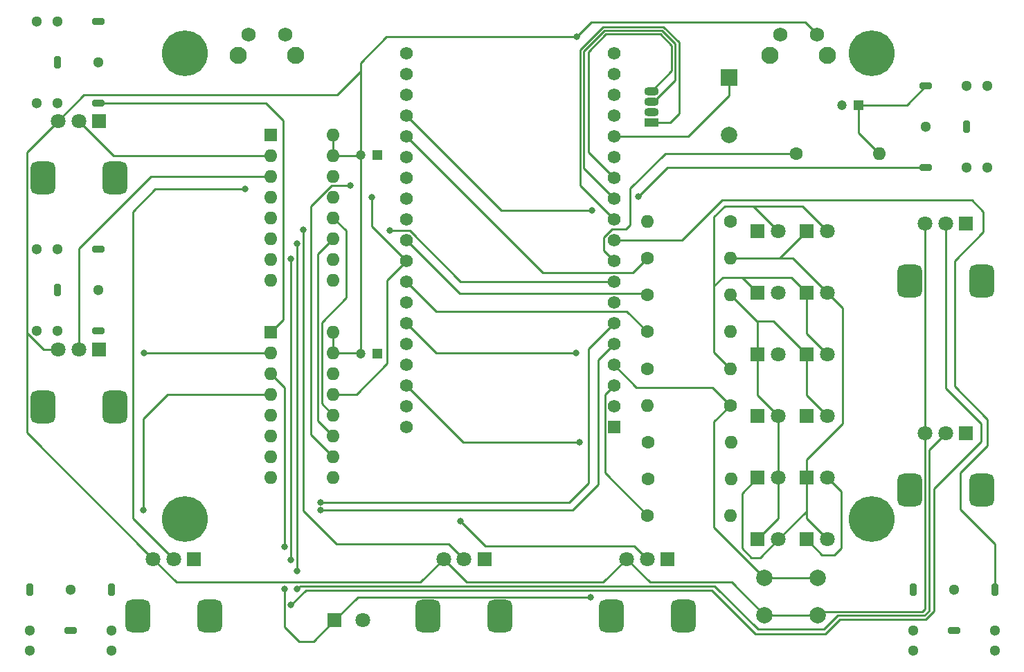
<source format=gbr>
%TF.GenerationSoftware,KiCad,Pcbnew,(6.0.4)*%
%TF.CreationDate,2023-12-09T23:36:49+01:00*%
%TF.ProjectId,Spikeling_V2.2c,5370696b-656c-4696-9e67-5f56322e3263,rev?*%
%TF.SameCoordinates,Original*%
%TF.FileFunction,Copper,L1,Top*%
%TF.FilePolarity,Positive*%
%FSLAX46Y46*%
G04 Gerber Fmt 4.6, Leading zero omitted, Abs format (unit mm)*
G04 Created by KiCad (PCBNEW (6.0.4)) date 2023-12-09 23:36:49*
%MOMM*%
%LPD*%
G01*
G04 APERTURE LIST*
G04 Aperture macros list*
%AMRoundRect*
0 Rectangle with rounded corners*
0 $1 Rounding radius*
0 $2 $3 $4 $5 $6 $7 $8 $9 X,Y pos of 4 corners*
0 Add a 4 corners polygon primitive as box body*
4,1,4,$2,$3,$4,$5,$6,$7,$8,$9,$2,$3,0*
0 Add four circle primitives for the rounded corners*
1,1,$1+$1,$2,$3*
1,1,$1+$1,$4,$5*
1,1,$1+$1,$6,$7*
1,1,$1+$1,$8,$9*
0 Add four rect primitives between the rounded corners*
20,1,$1+$1,$2,$3,$4,$5,0*
20,1,$1+$1,$4,$5,$6,$7,0*
20,1,$1+$1,$6,$7,$8,$9,0*
20,1,$1+$1,$8,$9,$2,$3,0*%
G04 Aperture macros list end*
%TA.AperFunction,ComponentPad*%
%ADD10O,1.800000X1.070000*%
%TD*%
%TA.AperFunction,ComponentPad*%
%ADD11R,1.800000X1.070000*%
%TD*%
%TA.AperFunction,ComponentPad*%
%ADD12C,2.100000*%
%TD*%
%TA.AperFunction,ComponentPad*%
%ADD13C,1.750000*%
%TD*%
%TA.AperFunction,ComponentPad*%
%ADD14C,5.600000*%
%TD*%
%TA.AperFunction,ComponentPad*%
%ADD15R,1.800000X1.800000*%
%TD*%
%TA.AperFunction,ComponentPad*%
%ADD16C,1.800000*%
%TD*%
%TA.AperFunction,ComponentPad*%
%ADD17C,1.600000*%
%TD*%
%TA.AperFunction,ComponentPad*%
%ADD18O,1.600000X1.600000*%
%TD*%
%TA.AperFunction,ComponentPad*%
%ADD19R,1.600000X1.600000*%
%TD*%
%TA.AperFunction,ComponentPad*%
%ADD20RoundRect,0.750000X-0.750000X1.250000X-0.750000X-1.250000X0.750000X-1.250000X0.750000X1.250000X0*%
%TD*%
%TA.AperFunction,ComponentPad*%
%ADD21C,1.300000*%
%TD*%
%TA.AperFunction,ComponentPad*%
%ADD22RoundRect,0.200000X0.550000X0.200000X-0.550000X0.200000X-0.550000X-0.200000X0.550000X-0.200000X0*%
%TD*%
%TA.AperFunction,ComponentPad*%
%ADD23RoundRect,0.200000X-0.200000X0.550000X-0.200000X-0.550000X0.200000X-0.550000X0.200000X0.550000X0*%
%TD*%
%TA.AperFunction,ComponentPad*%
%ADD24RoundRect,0.200000X-0.550000X-0.200000X0.550000X-0.200000X0.550000X0.200000X-0.550000X0.200000X0*%
%TD*%
%TA.AperFunction,ComponentPad*%
%ADD25RoundRect,0.200000X0.200000X-0.550000X0.200000X0.550000X-0.200000X0.550000X-0.200000X-0.550000X0*%
%TD*%
%TA.AperFunction,ComponentPad*%
%ADD26R,1.200000X1.200000*%
%TD*%
%TA.AperFunction,ComponentPad*%
%ADD27C,1.200000*%
%TD*%
%TA.AperFunction,ComponentPad*%
%ADD28R,2.000000X2.000000*%
%TD*%
%TA.AperFunction,ComponentPad*%
%ADD29C,2.000000*%
%TD*%
%TA.AperFunction,ComponentPad*%
%ADD30R,1.560000X1.560000*%
%TD*%
%TA.AperFunction,ComponentPad*%
%ADD31C,1.560000*%
%TD*%
%TA.AperFunction,ViaPad*%
%ADD32C,0.800000*%
%TD*%
%TA.AperFunction,Conductor*%
%ADD33C,0.250000*%
%TD*%
G04 APERTURE END LIST*
D10*
%TO.P,D1,4,BA*%
%TO.N,/12*%
X177000000Y-59690000D03*
%TO.P,D1,3,GA*%
%TO.N,/14*%
X177000000Y-60960000D03*
D11*
%TO.P,D1,2,K*%
%TO.N,/27*%
X177000000Y-63500000D03*
D10*
%TO.P,D1,1,RA*%
%TO.N,Net-(D1-Pad2)*%
X177000000Y-62230000D03*
%TD*%
D12*
%TO.P,SW2,*%
%TO.N,*%
X191500000Y-55280000D03*
X198510000Y-55280000D03*
D13*
%TO.P,SW2,1,1*%
%TO.N,/36*%
X192750000Y-52790000D03*
%TO.P,SW2,2,2*%
%TO.N,VCC*%
X197250000Y-52790000D03*
%TD*%
D14*
%TO.P, ,1*%
%TO.N,N/C*%
X120000000Y-55000000D03*
%TD*%
D15*
%TO.P,D7,1,K*%
%TO.N,Net-(D4-Pad1)*%
X190000000Y-76779000D03*
D16*
%TO.P,D7,2,A*%
%TO.N,Net-(D10-Pad1)*%
X192540000Y-76779000D03*
%TD*%
D15*
%TO.P,D2,1,K*%
%TO.N,Net-(D10-Pad2)*%
X190000000Y-114504000D03*
D16*
%TO.P,D2,2,A*%
%TO.N,Net-(D12-Pad2)*%
X192540000Y-114504000D03*
%TD*%
D17*
%TO.P,R5,1*%
%TO.N,/39*%
X186660000Y-98100000D03*
D18*
%TO.P,R5,2*%
%TO.N,GNDREF*%
X176500000Y-98100000D03*
%TD*%
D19*
%TO.P,U3,1,CH0*%
%TO.N,/200*%
X130500000Y-89125000D03*
D18*
%TO.P,U3,2,CH1*%
%TO.N,/201*%
X130500000Y-91665000D03*
%TO.P,U3,3,CH2*%
%TO.N,/202*%
X130500000Y-94205000D03*
%TO.P,U3,4,CH3*%
%TO.N,/203*%
X130500000Y-96745000D03*
%TO.P,U3,5,CH4*%
%TO.N,/204*%
X130500000Y-99285000D03*
%TO.P,U3,6,CH5*%
%TO.N,/205*%
X130500000Y-101825000D03*
%TO.P,U3,7,CH6*%
%TO.N,/206*%
X130500000Y-104365000D03*
%TO.P,U3,8,CH7*%
%TO.N,/207*%
X130500000Y-106905000D03*
%TO.P,U3,9,DGND*%
%TO.N,GNDREF*%
X138120000Y-106905000D03*
%TO.P,U3,10,~{CS}/SHDN*%
%TO.N,/04*%
X138120000Y-104365000D03*
%TO.P,U3,11,Din*%
%TO.N,/32*%
X138120000Y-101825000D03*
%TO.P,U3,12,Dout*%
%TO.N,/33*%
X138120000Y-99285000D03*
%TO.P,U3,13,CLK*%
%TO.N,/18*%
X138120000Y-96745000D03*
%TO.P,U3,14,AGND*%
%TO.N,GNDREF*%
X138120000Y-94205000D03*
%TO.P,U3,15,Vref*%
%TO.N,VCC*%
X138120000Y-91665000D03*
%TO.P,U3,16,Vdd*%
X138120000Y-89125000D03*
%TD*%
D20*
%TO.P,RV6,*%
%TO.N,*%
X208600000Y-108500000D03*
X217400000Y-108500000D03*
D15*
%TO.P,RV6,1,1*%
%TO.N,GNDREF*%
X215500000Y-101500000D03*
D16*
%TO.P,RV6,2,2*%
%TO.N,/104*%
X213000000Y-101500000D03*
%TO.P,RV6,3,3*%
%TO.N,VCC*%
X210500000Y-101500000D03*
%TD*%
D20*
%TO.P,RV4,*%
%TO.N,*%
X180900000Y-123900000D03*
X172100000Y-123900000D03*
D15*
%TO.P,RV4,1,1*%
%TO.N,GNDREF*%
X179000000Y-116900000D03*
D16*
%TO.P,RV4,2,2*%
%TO.N,/106*%
X176500000Y-116900000D03*
%TO.P,RV4,3,3*%
%TO.N,VCC*%
X174000000Y-116900000D03*
%TD*%
D21*
%TO.P,J2,*%
%TO.N,*%
X101882500Y-51100000D03*
X104382500Y-51100000D03*
X109382500Y-56100000D03*
X101882500Y-61100000D03*
X104382500Y-61100000D03*
D22*
%TO.P,J2,R*%
%TO.N,/200*%
X109382500Y-61100000D03*
D23*
%TO.P,J2,S*%
%TO.N,GNDREF*%
X104382500Y-56100000D03*
D22*
%TO.P,J2,T*%
%TO.N,/35*%
X109382500Y-51100000D03*
%TD*%
D21*
%TO.P,J1,*%
%TO.N,*%
X215600000Y-59000000D03*
X215600000Y-69000000D03*
X218100000Y-59000000D03*
X210600000Y-64000000D03*
X218100000Y-69000000D03*
D24*
%TO.P,J1,R*%
%TO.N,Net-(C3-Pad1)*%
X210600000Y-59000000D03*
D25*
%TO.P,J1,S*%
%TO.N,GNDREF*%
X215600000Y-64000000D03*
D24*
%TO.P,J1,T*%
%TO.N,/15*%
X210600000Y-69000000D03*
%TD*%
D20*
%TO.P,RV1,*%
%TO.N,*%
X102600000Y-70300000D03*
X111400000Y-70300000D03*
D15*
%TO.P,RV1,1,1*%
%TO.N,GNDREF*%
X109500000Y-63300000D03*
D16*
%TO.P,RV1,2,2*%
%TO.N,/101*%
X107000000Y-63300000D03*
%TO.P,RV1,3,3*%
%TO.N,VCC*%
X104500000Y-63300000D03*
%TD*%
D15*
%TO.P,D4,1,K*%
%TO.N,Net-(D4-Pad1)*%
X190000000Y-99414000D03*
D16*
%TO.P,D4,2,A*%
%TO.N,Net-(D10-Pad2)*%
X192540000Y-99414000D03*
%TD*%
D20*
%TO.P,RV3,*%
%TO.N,*%
X123000000Y-123900000D03*
X114200000Y-123900000D03*
D15*
%TO.P,RV3,1,1*%
%TO.N,GNDREF*%
X121100000Y-116900000D03*
D16*
%TO.P,RV3,2,2*%
%TO.N,/100*%
X118600000Y-116900000D03*
%TO.P,RV3,3,3*%
%TO.N,VCC*%
X116100000Y-116900000D03*
%TD*%
D17*
%TO.P,R3,1*%
%TO.N,/22*%
X176600000Y-102600000D03*
D18*
%TO.P,R3,2*%
%TO.N,Net-(J5-PadT)*%
X186760000Y-102600000D03*
%TD*%
D14*
%TO.P, ,1*%
%TO.N,N/C*%
X204000000Y-55000000D03*
%TD*%
D19*
%TO.P,U2,1,CH0*%
%TO.N,/100*%
X130500000Y-65000000D03*
D18*
%TO.P,U2,2,CH1*%
%TO.N,/101*%
X130500000Y-67540000D03*
%TO.P,U2,3,CH2*%
%TO.N,/102*%
X130500000Y-70080000D03*
%TO.P,U2,4,CH3*%
%TO.N,/103*%
X130500000Y-72620000D03*
%TO.P,U2,5,CH4*%
%TO.N,/104*%
X130500000Y-75160000D03*
%TO.P,U2,6,CH5*%
%TO.N,/105*%
X130500000Y-77700000D03*
%TO.P,U2,7,CH6*%
%TO.N,/106*%
X130500000Y-80240000D03*
%TO.P,U2,8,CH7*%
%TO.N,/107*%
X130500000Y-82780000D03*
%TO.P,U2,9,DGND*%
%TO.N,GNDREF*%
X138120000Y-82780000D03*
%TO.P,U2,10,~{CS}/SHDN*%
%TO.N,/00*%
X138120000Y-80240000D03*
%TO.P,U2,11,Din*%
%TO.N,/32*%
X138120000Y-77700000D03*
%TO.P,U2,12,Dout*%
%TO.N,/33*%
X138120000Y-75160000D03*
%TO.P,U2,13,CLK*%
%TO.N,/18*%
X138120000Y-72620000D03*
%TO.P,U2,14,AGND*%
%TO.N,GNDREF*%
X138120000Y-70080000D03*
%TO.P,U2,15,Vref*%
%TO.N,VCC*%
X138120000Y-67540000D03*
%TO.P,U2,16,Vdd*%
X138120000Y-65000000D03*
%TD*%
D26*
%TO.P,C2,1*%
%TO.N,GNDREF*%
X143472600Y-91750000D03*
D27*
%TO.P,C2,2*%
%TO.N,VCC*%
X141472600Y-91750000D03*
%TD*%
D21*
%TO.P,J5,*%
%TO.N,*%
X219000000Y-125617500D03*
X219000000Y-128117500D03*
X209000000Y-128117500D03*
X214000000Y-120617500D03*
X209000000Y-125617500D03*
D23*
%TO.P,J5,R*%
%TO.N,/26*%
X219000000Y-120617500D03*
D24*
%TO.P,J5,S*%
%TO.N,GNDREF*%
X214000000Y-125617500D03*
D23*
%TO.P,J5,T*%
%TO.N,Net-(J5-PadT)*%
X209000000Y-120617500D03*
%TD*%
D12*
%TO.P,SW3,*%
%TO.N,*%
X133510000Y-55280000D03*
X126500000Y-55280000D03*
D13*
%TO.P,SW3,1,1*%
%TO.N,GNDREF*%
X127750000Y-52790000D03*
%TO.P,SW3,2,2*%
%TO.N,Net-(SW3-Pad2)*%
X132250000Y-52790000D03*
%TD*%
D15*
%TO.P,D11,1,K*%
%TO.N,Net-(D10-Pad2)*%
X196000000Y-91869000D03*
D16*
%TO.P,D11,2,A*%
%TO.N,Net-(D10-Pad1)*%
X198540000Y-91869000D03*
%TD*%
D15*
%TO.P,D9,1,K*%
%TO.N,Net-(D12-Pad2)*%
X196000000Y-106959000D03*
D16*
%TO.P,D9,2,A*%
%TO.N,Net-(D4-Pad1)*%
X198540000Y-106959000D03*
%TD*%
D26*
%TO.P,C1,1*%
%TO.N,GNDREF*%
X143472600Y-67500000D03*
D27*
%TO.P,C1,2*%
%TO.N,VCC*%
X141472600Y-67500000D03*
%TD*%
D17*
%TO.P,R9,1*%
%TO.N,/21*%
X176500000Y-93600000D03*
D18*
%TO.P,R9,2*%
%TO.N,Net-(D10-Pad1)*%
X186660000Y-93600000D03*
%TD*%
D15*
%TO.P,D13,1,K*%
%TO.N,Net-(D12-Pad2)*%
X196000000Y-76779000D03*
D16*
%TO.P,D13,2,A*%
%TO.N,Net-(D10-Pad1)*%
X198540000Y-76779000D03*
%TD*%
D15*
%TO.P,D12,1,K*%
%TO.N,Net-(D10-Pad1)*%
X196000000Y-84324000D03*
D16*
%TO.P,D12,2,A*%
%TO.N,Net-(D12-Pad2)*%
X198540000Y-84324000D03*
%TD*%
D15*
%TO.P,D10,1,K*%
%TO.N,Net-(D10-Pad1)*%
X196000000Y-99414000D03*
D16*
%TO.P,D10,2,A*%
%TO.N,Net-(D10-Pad2)*%
X198540000Y-99414000D03*
%TD*%
D17*
%TO.P,R1,1*%
%TO.N,/25*%
X194720000Y-67300000D03*
D18*
%TO.P,R1,2*%
%TO.N,Net-(C3-Pad1)*%
X204880000Y-67300000D03*
%TD*%
D15*
%TO.P,R10,1*%
%TO.N,/202*%
X138300000Y-124400000D03*
D16*
%TO.P,R10,2*%
%TO.N,VCC*%
X141700000Y-124400000D03*
%TD*%
D20*
%TO.P,RV7,*%
%TO.N,*%
X208600000Y-82872000D03*
X217400000Y-82872000D03*
D15*
%TO.P,RV7,1,1*%
%TO.N,GNDREF*%
X215500000Y-75872000D03*
D16*
%TO.P,RV7,2,2*%
%TO.N,/105*%
X213000000Y-75872000D03*
%TO.P,RV7,3,3*%
%TO.N,VCC*%
X210500000Y-75872000D03*
%TD*%
D20*
%TO.P,RV2,*%
%TO.N,*%
X111400000Y-98300000D03*
X102600000Y-98300000D03*
D15*
%TO.P,RV2,1,1*%
%TO.N,GNDREF*%
X109500000Y-91300000D03*
D16*
%TO.P,RV2,2,2*%
%TO.N,/102*%
X107000000Y-91300000D03*
%TO.P,RV2,3,3*%
%TO.N,VCC*%
X104500000Y-91300000D03*
%TD*%
D21*
%TO.P,J3,*%
%TO.N,*%
X104382500Y-79000000D03*
X101882500Y-89000000D03*
X101882500Y-79000000D03*
X109382500Y-84000000D03*
X104382500Y-89000000D03*
D22*
%TO.P,J3,R*%
%TO.N,/201*%
X109382500Y-89000000D03*
D23*
%TO.P,J3,S*%
%TO.N,GNDREF*%
X104382500Y-84000000D03*
D22*
%TO.P,J3,T*%
%TO.N,/34*%
X109382500Y-79000000D03*
%TD*%
D15*
%TO.P,D3,1,K*%
%TO.N,Net-(D12-Pad2)*%
X190000000Y-106959000D03*
D16*
%TO.P,D3,2,A*%
%TO.N,Net-(D10-Pad2)*%
X192540000Y-106959000D03*
%TD*%
D14*
%TO.P, ,1*%
%TO.N,N/C*%
X204000000Y-112000000D03*
%TD*%
D15*
%TO.P,D5,1,K*%
%TO.N,Net-(D10-Pad2)*%
X190000000Y-91869000D03*
D16*
%TO.P,D5,2,A*%
%TO.N,Net-(D4-Pad1)*%
X192540000Y-91869000D03*
%TD*%
D21*
%TO.P,J4,*%
%TO.N,*%
X101000000Y-128117500D03*
X111000000Y-125617500D03*
X101000000Y-125617500D03*
X111000000Y-128117500D03*
X106000000Y-120617500D03*
D23*
%TO.P,J4,R*%
%TO.N,/203*%
X111000000Y-120617500D03*
D24*
%TO.P,J4,S*%
%TO.N,GNDREF*%
X106000000Y-125617500D03*
D23*
%TO.P,J4,T*%
%TO.N,unconnected-(J4-PadT)*%
X101000000Y-120617500D03*
%TD*%
D17*
%TO.P,R8,1*%
%TO.N,/19*%
X176500000Y-89100000D03*
D18*
%TO.P,R8,2*%
%TO.N,Net-(D4-Pad1)*%
X186660000Y-89100000D03*
%TD*%
D17*
%TO.P,R2,1*%
%TO.N,/202*%
X176600000Y-107100000D03*
D18*
%TO.P,R2,2*%
%TO.N,GNDREF*%
X186760000Y-107100000D03*
%TD*%
D20*
%TO.P,RV5,*%
%TO.N,*%
X149719000Y-123900000D03*
X158519000Y-123900000D03*
D15*
%TO.P,RV5,1,1*%
%TO.N,GNDREF*%
X156619000Y-116900000D03*
D16*
%TO.P,RV5,2,2*%
%TO.N,/103*%
X154119000Y-116900000D03*
%TO.P,RV5,3,3*%
%TO.N,VCC*%
X151619000Y-116900000D03*
%TD*%
D26*
%TO.P,C3,1*%
%TO.N,Net-(C3-Pad1)*%
X202350000Y-61350000D03*
D27*
%TO.P,C3,2*%
%TO.N,GNDREF*%
X200350000Y-61350000D03*
%TD*%
D17*
%TO.P,R7,1*%
%TO.N,/05*%
X176500000Y-84600000D03*
D18*
%TO.P,R7,2*%
%TO.N,Net-(D10-Pad2)*%
X186660000Y-84600000D03*
%TD*%
D17*
%TO.P,R4,1*%
%TO.N,GNDREF*%
X186680000Y-75600000D03*
D18*
%TO.P,R4,2*%
%TO.N,Net-(D1-Pad2)*%
X176520000Y-75600000D03*
%TD*%
D28*
%TO.P,BZ1,1,-*%
%TO.N,/13*%
X186500000Y-58000000D03*
D29*
%TO.P,BZ1,2,+*%
%TO.N,GNDREF*%
X186500000Y-65000000D03*
%TD*%
D14*
%TO.P, ,1*%
%TO.N,N/C*%
X120000000Y-112000000D03*
%TD*%
D17*
%TO.P,R11,1*%
%TO.N,/36*%
X176570000Y-111600000D03*
D18*
%TO.P,R11,2*%
%TO.N,GNDREF*%
X186730000Y-111600000D03*
%TD*%
D17*
%TO.P,R6,1*%
%TO.N,/02*%
X176500000Y-80100000D03*
D18*
%TO.P,R6,2*%
%TO.N,Net-(D12-Pad2)*%
X186660000Y-80100000D03*
%TD*%
D29*
%TO.P,SW1,1,1*%
%TO.N,/39*%
X190860000Y-119250000D03*
X197360000Y-119250000D03*
%TO.P,SW1,2,2*%
%TO.N,VCC*%
X197360000Y-123750000D03*
X190860000Y-123750000D03*
%TD*%
D30*
%TO.P,U1,1,3V3*%
%TO.N,+3V3*%
X172450000Y-100760000D03*
D31*
%TO.P,U1,2,EN*%
%TO.N,Net-(SW3-Pad2)*%
X172450000Y-98220000D03*
%TO.P,U1,3,SENSOR_VP*%
%TO.N,/36*%
X172450000Y-95680000D03*
%TO.P,U1,4,SENSOR_VN*%
%TO.N,/39*%
X172450000Y-93140000D03*
%TO.P,U1,5,IO34*%
%TO.N,/34*%
X172450000Y-90600000D03*
%TO.P,U1,6,IO35*%
%TO.N,/35*%
X172450000Y-88060000D03*
%TO.P,U1,7,IO32*%
%TO.N,/32*%
X172450000Y-85520000D03*
%TO.P,U1,8,IO33*%
%TO.N,/33*%
X172450000Y-82980000D03*
%TO.P,U1,9,IO25*%
%TO.N,/25*%
X172450000Y-80440000D03*
%TO.P,U1,10,IO26*%
%TO.N,/26*%
X172450000Y-77900000D03*
%TO.P,U1,11,IO27*%
%TO.N,/27*%
X172450000Y-75360000D03*
%TO.P,U1,12,IO14*%
%TO.N,/14*%
X172450000Y-72820000D03*
%TO.P,U1,13,IO12*%
%TO.N,/12*%
X172450000Y-70280000D03*
%TO.P,U1,14,GND1*%
%TO.N,GNDREF*%
X172450000Y-67740000D03*
%TO.P,U1,15,IO13*%
%TO.N,/13*%
X172450000Y-65200000D03*
%TO.P,U1,16,SD2*%
%TO.N,unconnected-(U1-Pad16)*%
X172450000Y-62660000D03*
%TO.P,U1,17,SD3*%
%TO.N,unconnected-(U1-Pad17)*%
X172450000Y-60120000D03*
%TO.P,U1,18,CMD*%
%TO.N,unconnected-(U1-Pad18)*%
X172450000Y-57580000D03*
%TO.P,U1,19,EXT_5V*%
%TO.N,VCC*%
X172450000Y-55040000D03*
%TO.P,U1,20,GND3*%
%TO.N,GNDREF*%
X147050000Y-100760000D03*
%TO.P,U1,21,IO23*%
%TO.N,/23*%
X147050000Y-98220000D03*
%TO.P,U1,22,IO22*%
%TO.N,/22*%
X147050000Y-95680000D03*
%TO.P,U1,23,TXD0*%
%TO.N,unconnected-(U1-Pad23)*%
X147050000Y-93140000D03*
%TO.P,U1,24,RXD0*%
%TO.N,unconnected-(U1-Pad24)*%
X147050000Y-90600000D03*
%TO.P,U1,25,IO21*%
%TO.N,/21*%
X147050000Y-88060000D03*
%TO.P,U1,26,GND2*%
%TO.N,GNDREF*%
X147050000Y-85520000D03*
%TO.P,U1,27,IO19*%
%TO.N,/19*%
X147050000Y-82980000D03*
%TO.P,U1,28,IO18*%
%TO.N,/18*%
X147050000Y-80440000D03*
%TO.P,U1,29,IO5*%
%TO.N,/05*%
X147050000Y-77900000D03*
%TO.P,U1,30,IO17*%
%TO.N,/17*%
X147050000Y-75360000D03*
%TO.P,U1,31,IO16*%
%TO.N,/16*%
X147050000Y-72820000D03*
%TO.P,U1,32,IO4*%
%TO.N,/04*%
X147050000Y-70280000D03*
%TO.P,U1,33,IO0*%
%TO.N,/00*%
X147050000Y-67740000D03*
%TO.P,U1,34,IO2*%
%TO.N,/02*%
X147050000Y-65200000D03*
%TO.P,U1,35,IO15*%
%TO.N,/15*%
X147050000Y-62660000D03*
%TO.P,U1,36,SD1*%
%TO.N,unconnected-(U1-Pad36)*%
X147050000Y-60120000D03*
%TO.P,U1,37,SD0*%
%TO.N,unconnected-(U1-Pad37)*%
X147050000Y-57580000D03*
%TO.P,U1,38,CLK*%
%TO.N,unconnected-(U1-Pad38)*%
X147050000Y-55040000D03*
%TD*%
D15*
%TO.P,D8,1,K*%
%TO.N,Net-(D4-Pad1)*%
X196000000Y-114504000D03*
D16*
%TO.P,D8,2,A*%
%TO.N,Net-(D12-Pad2)*%
X198540000Y-114504000D03*
%TD*%
D15*
%TO.P,D6,1,K*%
%TO.N,Net-(D10-Pad1)*%
X190000000Y-84324000D03*
D16*
%TO.P,D6,2,A*%
%TO.N,Net-(D4-Pad1)*%
X192540000Y-84324000D03*
%TD*%
D32*
%TO.N,/34*%
X136550000Y-110950000D03*
%TO.N,/35*%
X136550000Y-109950000D03*
%TO.N,/22*%
X168250000Y-102600000D03*
%TO.N,/21*%
X167804511Y-91704511D03*
%TO.N,/15*%
X175400000Y-72600000D03*
X169744511Y-74255489D03*
%TO.N,VCC*%
X167900000Y-53000000D03*
%TO.N,/202*%
X132200000Y-120600000D03*
X132200000Y-115400000D03*
X169550000Y-121550000D03*
%TO.N,/203*%
X114900000Y-110900000D03*
%TO.N,/106*%
X153700000Y-112300000D03*
%TO.N,/103*%
X134480000Y-76600000D03*
%TO.N,/105*%
X132950000Y-122550000D03*
X132950000Y-117000000D03*
X132950000Y-80150000D03*
%TO.N,/104*%
X133700000Y-78350000D03*
X133700000Y-118350000D03*
X133700000Y-120600000D03*
%TO.N,/201*%
X114965000Y-91665000D03*
%TO.N,/33*%
X145000000Y-76750000D03*
%TO.N,/18*%
X142800000Y-72650000D03*
%TO.N,/04*%
X140195489Y-71204511D03*
%TO.N,/100*%
X127300000Y-71650000D03*
%TD*%
D33*
%TO.N,/27*%
X180400000Y-62400000D02*
X179300000Y-63500000D01*
X180400000Y-53700000D02*
X180400000Y-62400000D01*
X178500000Y-51800000D02*
X180400000Y-53700000D01*
X179300000Y-63500000D02*
X177000000Y-63500000D01*
X168300000Y-54600000D02*
X171100000Y-51800000D01*
X168300000Y-71210000D02*
X168300000Y-54600000D01*
X172450000Y-75360000D02*
X168300000Y-71210000D01*
X171100000Y-51800000D02*
X178500000Y-51800000D01*
%TO.N,Net-(D1-Pad2)*%
X177310544Y-62230000D02*
X177000000Y-62230000D01*
X176600000Y-62140000D02*
X177750000Y-62140000D01*
%TO.N,/26*%
X216200000Y-73000000D02*
X217600000Y-74400000D01*
X219000000Y-115050000D02*
X214800000Y-110850000D01*
X219000000Y-120617500D02*
X219000000Y-115050000D01*
X214800000Y-106300000D02*
X218100000Y-103000000D01*
X217600000Y-76900000D02*
X217600000Y-74400000D01*
X180750000Y-77900000D02*
X185650000Y-73000000D01*
X218100000Y-99800000D02*
X214100000Y-95800000D01*
X214100000Y-80400000D02*
X217600000Y-76900000D01*
X214100000Y-95800000D02*
X214100000Y-80400000D01*
X185650000Y-73000000D02*
X216200000Y-73000000D01*
X218100000Y-103000000D02*
X218100000Y-99800000D01*
X172450000Y-77900000D02*
X180750000Y-77900000D01*
X214800000Y-110850000D02*
X214800000Y-106300000D01*
%TO.N,/34*%
X172450000Y-90600000D02*
X170550000Y-92500000D01*
X170550000Y-92500000D02*
X170550000Y-107800000D01*
X167400000Y-110950000D02*
X136550000Y-110950000D01*
X170550000Y-107800000D02*
X167400000Y-110950000D01*
%TO.N,/35*%
X169350000Y-91160000D02*
X169350000Y-107600000D01*
X167000000Y-109950000D02*
X136550000Y-109950000D01*
X169350000Y-107600000D02*
X167000000Y-109950000D01*
X172450000Y-88060000D02*
X169350000Y-91160000D01*
%TO.N,/25*%
X174450000Y-71550000D02*
X178700000Y-67300000D01*
X172450000Y-80440000D02*
X171200000Y-79190000D01*
X172237984Y-76550000D02*
X173900000Y-76550000D01*
X171200000Y-79190000D02*
X171200000Y-77587984D01*
X171200000Y-77587984D02*
X172237984Y-76550000D01*
X173900000Y-76550000D02*
X174450000Y-76000000D01*
X178700000Y-67300000D02*
X194720000Y-67300000D01*
X174450000Y-76000000D02*
X174450000Y-71550000D01*
%TO.N,/14*%
X168749520Y-69119520D02*
X172450000Y-72820000D01*
X179950480Y-53886198D02*
X179950480Y-58320064D01*
X179950480Y-53886198D02*
X178313802Y-52249520D01*
X171286198Y-52249520D02*
X168749520Y-54786198D01*
X168749520Y-54786198D02*
X168749520Y-69119520D01*
X179950480Y-58320064D02*
X177310544Y-60960000D01*
X177310544Y-60960000D02*
X177000000Y-60960000D01*
X178313802Y-52249520D02*
X171286198Y-52249520D01*
%TO.N,/12*%
X177000000Y-59690000D02*
X179500000Y-57190000D01*
X169300000Y-67130000D02*
X172450000Y-70280000D01*
X178127604Y-52699040D02*
X171472396Y-52699040D01*
X179500000Y-57190000D02*
X179500000Y-54071436D01*
X171472396Y-52699040D02*
X169300000Y-54871436D01*
X179500000Y-54071436D02*
X178127604Y-52699040D01*
X169300000Y-54871436D02*
X169300000Y-67130000D01*
%TO.N,/13*%
X181500000Y-65200000D02*
X186500000Y-60200000D01*
X172450000Y-65200000D02*
X181500000Y-65200000D01*
X186500000Y-58000000D02*
X186500000Y-60200000D01*
%TO.N,/22*%
X147050000Y-95680000D02*
X153970000Y-102600000D01*
X153970000Y-102600000D02*
X168250000Y-102600000D01*
%TO.N,/21*%
X150694511Y-91704511D02*
X147050000Y-88060000D01*
X167804511Y-91704511D02*
X150694511Y-91704511D01*
%TO.N,/19*%
X150694511Y-86624511D02*
X147050000Y-82980000D01*
X176500000Y-89100000D02*
X174024511Y-86624511D01*
X174024511Y-86624511D02*
X150694511Y-86624511D01*
%TO.N,/05*%
X153565489Y-84415489D02*
X147050000Y-77900000D01*
X176315489Y-84415489D02*
X153565489Y-84415489D01*
X176500000Y-84600000D02*
X176315489Y-84415489D01*
%TO.N,/02*%
X163725489Y-81875489D02*
X147050000Y-65200000D01*
X176500000Y-80100000D02*
X174724511Y-81875489D01*
X174724511Y-81875489D02*
X163725489Y-81875489D01*
%TO.N,/15*%
X158645489Y-74255489D02*
X169744511Y-74255489D01*
X179000000Y-69000000D02*
X175400000Y-72600000D01*
X210600000Y-69000000D02*
X179000000Y-69000000D01*
X147050000Y-62660000D02*
X158645489Y-74255489D01*
%TO.N,Net-(C3-Pad1)*%
X202350000Y-61350000D02*
X202350000Y-64770000D01*
X202350000Y-61350000D02*
X208250000Y-61350000D01*
X208250000Y-61350000D02*
X210600000Y-59000000D01*
X202350000Y-64770000D02*
X204880000Y-67300000D01*
%TO.N,Net-(D10-Pad2)*%
X190000000Y-87940000D02*
X190000000Y-91869000D01*
X186660000Y-84600000D02*
X189880000Y-87820000D01*
X192540000Y-106959000D02*
X192540000Y-111964000D01*
X189880000Y-87820000D02*
X190000000Y-87940000D01*
X196000000Y-91869000D02*
X191951000Y-87820000D01*
X196000000Y-96874000D02*
X198540000Y-99414000D01*
X192540000Y-111964000D02*
X190000000Y-114504000D01*
X190000000Y-91869000D02*
X190000000Y-96874000D01*
X190000000Y-96874000D02*
X192540000Y-99414000D01*
X192540000Y-99414000D02*
X192540000Y-106959000D01*
X196000000Y-91869000D02*
X196000000Y-96874000D01*
X191951000Y-87820000D02*
X189880000Y-87820000D01*
%TO.N,Net-(D12-Pad2)*%
X186660000Y-80100000D02*
X192679000Y-80100000D01*
X192679000Y-80100000D02*
X196000000Y-76779000D01*
X198540000Y-84324000D02*
X194316000Y-80100000D01*
X196000000Y-110850000D02*
X196000000Y-106959000D01*
X196000000Y-106959000D02*
X196000000Y-104750000D01*
X196000000Y-111964000D02*
X196000000Y-110850000D01*
X196000000Y-104750000D02*
X200400000Y-100350000D01*
X198540000Y-114504000D02*
X196000000Y-111964000D01*
X200400000Y-100350000D02*
X200400000Y-86184000D01*
X189250000Y-116750000D02*
X190294000Y-116750000D01*
X190294000Y-116750000D02*
X192540000Y-114504000D01*
X188100000Y-108859000D02*
X188100000Y-115600000D01*
X188100000Y-115600000D02*
X189250000Y-116750000D01*
X200400000Y-86184000D02*
X198540000Y-84324000D01*
X190000000Y-106959000D02*
X188100000Y-108859000D01*
X196000000Y-111044000D02*
X196000000Y-110850000D01*
X192540000Y-114504000D02*
X196000000Y-111044000D01*
X194316000Y-80100000D02*
X192679000Y-80100000D01*
%TO.N,Net-(D4-Pad1)*%
X200200000Y-108619000D02*
X198540000Y-106959000D01*
X200200000Y-115600000D02*
X200200000Y-108619000D01*
X199400000Y-116400000D02*
X200200000Y-115600000D01*
X197896000Y-116400000D02*
X199400000Y-116400000D01*
X197896000Y-116400000D02*
X196000000Y-114504000D01*
%TO.N,/39*%
X184650000Y-100110000D02*
X184650000Y-113040000D01*
X172450000Y-93140000D02*
X175210000Y-95900000D01*
X186660000Y-98100000D02*
X184650000Y-100110000D01*
X190860000Y-119250000D02*
X197360000Y-119250000D01*
X175210000Y-95900000D02*
X184460000Y-95900000D01*
X184650000Y-113040000D02*
X190860000Y-119250000D01*
X184460000Y-95900000D02*
X186660000Y-98100000D01*
%TO.N,VCC*%
X156649982Y-53000000D02*
X164550000Y-53000000D01*
X186860000Y-119750000D02*
X176850000Y-119750000D01*
X167900000Y-53000000D02*
X169650000Y-51250000D01*
X104500000Y-63300000D02*
X100650000Y-67150000D01*
X138120000Y-89125000D02*
X138120000Y-91665000D01*
X210149040Y-123350960D02*
X197759040Y-123350960D01*
X102740678Y-91300000D02*
X104500000Y-91300000D01*
X144650000Y-53000000D02*
X156350000Y-53000000D01*
X197759040Y-123350960D02*
X197360000Y-123750000D01*
X154469000Y-119750000D02*
X171150000Y-119750000D01*
X116100000Y-116900000D02*
X100650000Y-101450000D01*
X171150000Y-119750000D02*
X174000000Y-116900000D01*
X141472600Y-57277400D02*
X141472600Y-56177400D01*
X138600000Y-60150000D02*
X141472600Y-57277400D01*
X164550000Y-53000000D02*
X164700000Y-53000000D01*
X138120000Y-67540000D02*
X141432600Y-67540000D01*
X141472600Y-67500000D02*
X141472600Y-56177400D01*
X148769000Y-119750000D02*
X151619000Y-116900000D01*
X100650000Y-67150000D02*
X100650000Y-89209322D01*
X100650000Y-89209322D02*
X102740678Y-91300000D01*
X100650000Y-101450000D02*
X100650000Y-89209322D01*
X195810000Y-51250000D02*
X197250000Y-52690000D01*
X210500000Y-101500000D02*
X210500000Y-123000000D01*
X156350000Y-53000000D02*
X167900000Y-53000000D01*
X107650000Y-60150000D02*
X138600000Y-60150000D01*
X176850000Y-119750000D02*
X174000000Y-116900000D01*
X104500000Y-63300000D02*
X107650000Y-60150000D01*
X169650000Y-51250000D02*
X195810000Y-51250000D01*
X138120000Y-91665000D02*
X141387600Y-91665000D01*
X141432600Y-67540000D02*
X141472600Y-67500000D01*
X190860000Y-123750000D02*
X197360000Y-123750000D01*
X210500000Y-75872000D02*
X210500000Y-101500000D01*
X190860000Y-123750000D02*
X186860000Y-119750000D01*
X116100000Y-116900000D02*
X118950000Y-119750000D01*
X141387600Y-91665000D02*
X141472600Y-91750000D01*
X210500000Y-123000000D02*
X210149040Y-123350960D01*
X138120000Y-65000000D02*
X138120000Y-67540000D01*
X118950000Y-119750000D02*
X148769000Y-119750000D01*
X141472600Y-56177400D02*
X144650000Y-53000000D01*
X151619000Y-116900000D02*
X154469000Y-119750000D01*
X141472600Y-67500000D02*
X141472600Y-91750000D01*
%TO.N,/202*%
X133950000Y-127000000D02*
X135350000Y-127000000D01*
X132200000Y-125250000D02*
X133950000Y-127000000D01*
X138300000Y-124400000D02*
X135700000Y-127000000D01*
X132200000Y-95905000D02*
X132200000Y-115400000D01*
X138300000Y-124400000D02*
X141150000Y-121550000D01*
X141150000Y-121550000D02*
X169550000Y-121550000D01*
X130500000Y-94205000D02*
X132200000Y-95905000D01*
X135700000Y-127000000D02*
X135350000Y-127000000D01*
X132200000Y-120600000D02*
X132200000Y-125250000D01*
%TO.N,/203*%
X130500000Y-96745000D02*
X117855000Y-96745000D01*
X114900000Y-99700000D02*
X114900000Y-110900000D01*
X117855000Y-96745000D02*
X114900000Y-99700000D01*
%TO.N,/106*%
X156700000Y-115300000D02*
X153700000Y-112300000D01*
X174900000Y-115300000D02*
X156700000Y-115300000D01*
X176500000Y-116900000D02*
X174900000Y-115300000D01*
%TO.N,/103*%
X154119000Y-116900000D02*
X152269000Y-115050000D01*
X152269000Y-115050000D02*
X138550000Y-115050000D01*
X134480000Y-110980000D02*
X134575000Y-111075000D01*
X138550000Y-115050000D02*
X134575000Y-111075000D01*
X134480000Y-76600000D02*
X134480000Y-110980000D01*
%TO.N,/105*%
X217300000Y-102550000D02*
X217300000Y-100350000D01*
X213000000Y-96050000D02*
X213000000Y-75872000D01*
X134750000Y-120750000D02*
X184400000Y-120750000D01*
X132950000Y-122550000D02*
X134750000Y-120750000D01*
X210585717Y-124250000D02*
X211550000Y-123285717D01*
X200100000Y-124250000D02*
X210585717Y-124250000D01*
X132950000Y-80150000D02*
X132950000Y-117000000D01*
X184400000Y-120750000D02*
X189750000Y-126100000D01*
X189750000Y-126100000D02*
X198250000Y-126100000D01*
X211550000Y-108300000D02*
X217300000Y-102550000D01*
X217300000Y-100350000D02*
X213000000Y-96050000D01*
X211550000Y-123285717D02*
X211550000Y-108300000D01*
X198250000Y-126100000D02*
X200100000Y-124250000D01*
%TO.N,/104*%
X133700000Y-120600000D02*
X134100480Y-120199520D01*
X210949520Y-103550480D02*
X210949520Y-123250480D01*
X210949520Y-123250480D02*
X210399520Y-123800480D01*
X134100480Y-120199520D02*
X184749520Y-120199520D01*
X198150000Y-125500000D02*
X190050000Y-125500000D01*
X133700000Y-78350000D02*
X133700000Y-118350000D01*
X190050000Y-125500000D02*
X184749520Y-120199520D01*
X213000000Y-101500000D02*
X210949520Y-103550480D01*
X198150000Y-125500000D02*
X199849520Y-123800480D01*
X210399520Y-123800480D02*
X199849520Y-123800480D01*
%TO.N,/101*%
X111240000Y-67540000D02*
X130500000Y-67540000D01*
X107000000Y-63300000D02*
X111240000Y-67540000D01*
%TO.N,/102*%
X107000000Y-91300000D02*
X107000000Y-78890717D01*
X115810717Y-70080000D02*
X130500000Y-70080000D01*
X107000000Y-78890717D02*
X115810717Y-70080000D01*
%TO.N,/200*%
X132000000Y-63250000D02*
X129850000Y-61100000D01*
X109382500Y-61100000D02*
X129850000Y-61100000D01*
X130500000Y-89125000D02*
X132000000Y-87625000D01*
X132000000Y-87625000D02*
X132000000Y-63250000D01*
%TO.N,/201*%
X130500000Y-91665000D02*
X114965000Y-91665000D01*
%TO.N,/32*%
X138120000Y-101825000D02*
X136250000Y-99955000D01*
X136250000Y-99955000D02*
X136250000Y-79570000D01*
X136250000Y-79570000D02*
X138120000Y-77700000D01*
%TO.N,/33*%
X139700000Y-76800000D02*
X139700000Y-84950000D01*
X138120000Y-75160000D02*
X139700000Y-76740000D01*
X153692016Y-82980000D02*
X147462016Y-76750000D01*
X147462016Y-76750000D02*
X145000000Y-76750000D01*
X139700000Y-84950000D02*
X136700000Y-87950000D01*
X136700000Y-87950000D02*
X136700000Y-97865000D01*
X139700000Y-76740000D02*
X139700000Y-76800000D01*
X136700000Y-97865000D02*
X138120000Y-99285000D01*
X172450000Y-82980000D02*
X153692016Y-82980000D01*
%TO.N,/18*%
X142800000Y-76190000D02*
X142800000Y-72650000D01*
X147050000Y-80440000D02*
X142800000Y-76190000D01*
X144700000Y-93000000D02*
X144700000Y-82790000D01*
X144700000Y-82790000D02*
X147050000Y-80440000D01*
X138120000Y-96745000D02*
X140955000Y-96745000D01*
X140955000Y-96745000D02*
X144700000Y-93000000D01*
%TO.N,/04*%
X135400000Y-101645000D02*
X135400000Y-73749700D01*
X135400000Y-73749700D02*
X137945189Y-71204511D01*
X137945189Y-71204511D02*
X140195489Y-71204511D01*
X138120000Y-104365000D02*
X135400000Y-101645000D01*
%TO.N,/100*%
X118600000Y-116900000D02*
X113600000Y-111900000D01*
X113600000Y-111900000D02*
X113600000Y-74400000D01*
X116350000Y-71650000D02*
X127300000Y-71650000D01*
X113600000Y-74400000D02*
X116350000Y-71650000D01*
%TO.N,Net-(D10-Pad1)*%
X185750000Y-82450000D02*
X188126000Y-82450000D01*
X196000000Y-89329000D02*
X198540000Y-91869000D01*
X196000000Y-84324000D02*
X196000000Y-89329000D01*
X195511000Y-73750000D02*
X189511000Y-73750000D01*
X186000000Y-73750000D02*
X189511000Y-73750000D01*
X184700000Y-83500000D02*
X184700000Y-75050000D01*
X194126000Y-82450000D02*
X188126000Y-82450000D01*
X186660000Y-93600000D02*
X184700000Y-91640000D01*
X184700000Y-91640000D02*
X184700000Y-83500000D01*
X188126000Y-82450000D02*
X190000000Y-84324000D01*
X189511000Y-73750000D02*
X192540000Y-76779000D01*
X184700000Y-75050000D02*
X186000000Y-73750000D01*
X184700000Y-83500000D02*
X185750000Y-82450000D01*
X198540000Y-76779000D02*
X195511000Y-73750000D01*
X196000000Y-84324000D02*
X194126000Y-82450000D01*
%TO.N,/36*%
X171345489Y-106375489D02*
X176570000Y-111600000D01*
X171345489Y-96784511D02*
X171345489Y-106375489D01*
X172450000Y-95680000D02*
X171345489Y-96784511D01*
%TD*%
M02*

</source>
